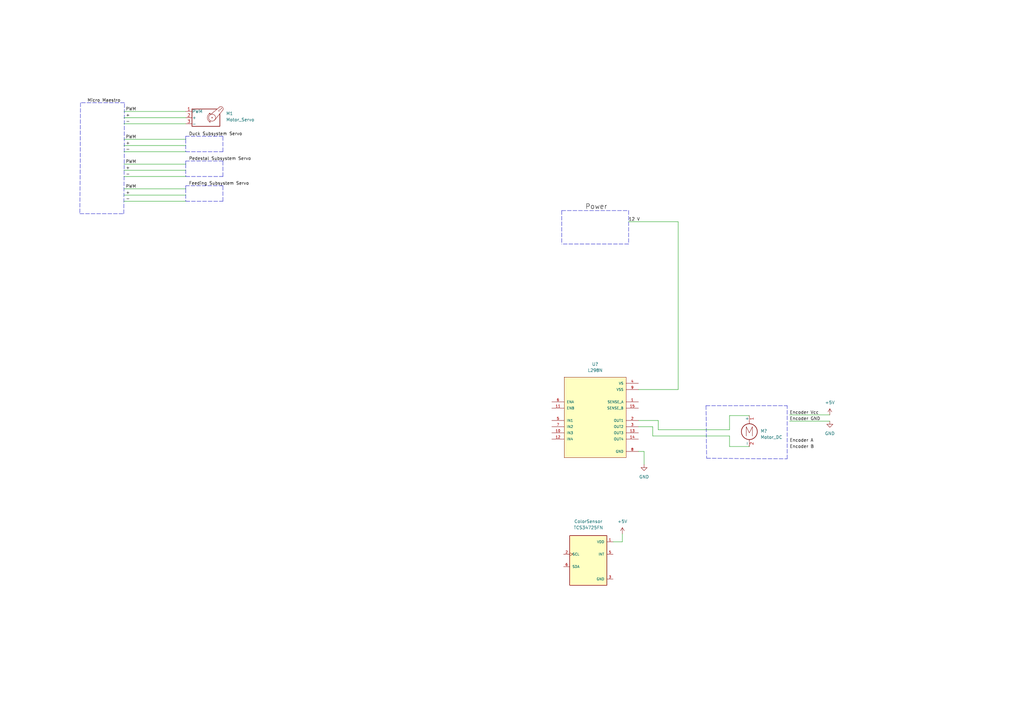
<source format=kicad_sch>
(kicad_sch (version 20211123) (generator eeschema)
  (paper "A3")
  (lib_symbols
    (symbol "Motor:Motor_DC" (pin_names (offset 0))
      (property "Reference" "M" (at 2.54 2.54 0))
      (property "Value" "Motor_DC" (at 2.54 -5.08 0))
      (symbol "Motor_DC_0_0"
        (polyline (pts (xy -1.27 -3.302) (xy -1.27 0.508) (xy 0 -2.032) (xy 1.27 0.508) (xy 1.27 -3.302)))
      )
      (symbol "Motor_DC_0_1"
        (circle (center 0 -1.524) (radius 3.2512) (stroke (width 0.254)))
        (polyline (pts (xy 0 -7.62) (xy 0 -7.112)))
        (polyline (pts (xy 0 -4.7752) (xy 0 -5.1816)))
        (polyline (pts (xy 0 1.7272) (xy 0 2.0828)))
        (polyline (pts (xy 0 2.032) (xy 0 2.54)))
      )
      (symbol "Motor_DC_1_1"
        (pin passive line (at 0 5.08 270) (length 2.54) (name "+") (number "1"))
        (pin passive line (at 0 -7.62 90) (length 2.54) (name "-") (number "2"))
      )
    )
    (symbol "Motor:Motor_Servo" (pin_names (offset 0.0254))
      (property "Reference" "M" (at -5.08 4.445 0))
      (property "Value" "Motor_Servo" (at -5.08 -4.064 0))
      (symbol "Motor_Servo_0_1"
        (polyline (pts (xy 2.413 -1.778) (xy 2.032 -1.778)))
        (polyline (pts (xy 2.413 -1.778) (xy 2.286 -1.397)))
        (polyline (pts (xy 2.413 1.778) (xy 1.905 1.778)))
        (polyline (pts (xy 2.413 1.778) (xy 2.286 1.397)))
        (polyline (pts (xy 6.35 4.445) (xy 2.54 1.27)))
        (polyline (pts (xy 7.62 3.175) (xy 4.191 -1.016)))
        (polyline (pts (xy 5.08 3.556) (xy -5.08 3.556) (xy -5.08 -3.556) (xy 6.35 -3.556) (xy 6.35 1.524)) (stroke (width 0.254)))
        (arc (start 2.413 1.778) (mid 1.2406 0) (end 2.413 -1.778))
        (circle (center 3.175 0) (radius 0.1778))
        (circle (center 3.175 0) (radius 1.4224))
        (circle (center 5.969 2.794) (radius 0.127))
        (circle (center 6.477 3.302) (radius 0.127))
        (circle (center 6.985 3.81) (radius 0.127))
        (arc (start 7.62 3.175) (mid 7.4485 4.2735) (end 6.35 4.445))
      )
      (symbol "Motor_Servo_1_1"
        (pin passive line (at -7.62 2.54 0) (length 2.54) (name "PWM") (number "1"))
        (pin passive line (at -7.62 0 0) (length 2.54) (name "+") (number "2"))
        (pin passive line (at -7.62 -2.54 0) (length 2.54) (name "-") (number "3"))
      )
    )
    (symbol "MotorDriver:L298N" (pin_names (offset 1.016))
      (property "Reference" "U" (at -12.7 20.32 0))
      (property "Value" "L298N" (at -12.7 -20.32 0))
      (symbol "L298N_0_0"
        (rectangle (start -12.7 -15.24) (end 12.7 17.78) (stroke (width 0.1524)) (fill (type background)))
        (pin passive line (at 17.78 7.62 180) (length 5.08) (name "SENSE_A") (number "1"))
        (pin input line (at -17.78 -5.08 0) (length 5.08) (name "IN3") (number "10"))
        (pin input line (at -17.78 5.08 0) (length 5.08) (name "ENB") (number "11"))
        (pin input line (at -17.78 -7.62 0) (length 5.08) (name "IN4") (number "12"))
        (pin output line (at 17.78 -5.08 180) (length 5.08) (name "OUT3") (number "13"))
        (pin output line (at 17.78 -7.62 180) (length 5.08) (name "OUT4") (number "14"))
        (pin passive line (at 17.78 5.08 180) (length 5.08) (name "SENSE_B") (number "15"))
        (pin output line (at 17.78 0 180) (length 5.08) (name "OUT1") (number "2"))
        (pin output line (at 17.78 -2.54 180) (length 5.08) (name "OUT2") (number "3"))
        (pin power_in line (at 17.78 15.24 180) (length 5.08) (name "VS") (number "4"))
        (pin input line (at -17.78 0 0) (length 5.08) (name "IN1") (number "5"))
        (pin input line (at -17.78 7.62 0) (length 5.08) (name "ENA") (number "6"))
        (pin input line (at -17.78 -2.54 0) (length 5.08) (name "IN2") (number "7"))
        (pin power_in line (at 17.78 -12.7 180) (length 5.08) (name "GND") (number "8"))
        (pin input line (at 17.78 12.7 180) (length 5.08) (name "VSS") (number "9"))
      )
    )
    (symbol "TCS34725FN:TCS34725FN" (pin_names (offset 1.016))
      (property "Reference" "U" (at -7.6343 10.179 0))
      (property "Value" "TCS34725FN" (at -7.6296 -10.1727 0))
      (symbol "TCS34725FN_0_0"
        (rectangle (start -7.62 -10.16) (end 7.62 10.16) (stroke (width 0.254)) (fill (type background)))
        (pin power_in line (at 10.16 7.62 180) (length 2.54) (name "VDD") (number "1"))
        (pin input clock (at -10.16 2.54 0) (length 2.54) (name "SCL") (number "2"))
        (pin power_in line (at 10.16 -7.62 180) (length 2.54) (name "GND") (number "3"))
        (pin output line (at 10.16 2.54 180) (length 2.54) (name "INT") (number "5"))
        (pin bidirectional line (at -10.16 -2.54 0) (length 2.54) (name "SDA") (number "6"))
      )
    )
    (symbol "power:+5V" (power) (pin_names (offset 0))
      (property "Value" "+5V" (at 0 3.556 0))
      (symbol "+5V_0_1"
        (polyline (pts (xy -0.762 1.27) (xy 0 2.54)))
        (polyline (pts (xy 0 0) (xy 0 2.54)))
        (polyline (pts (xy 0 2.54) (xy 0.762 1.27)))
      )
      (symbol "+5V_1_1"
        (pin power_in line (at 0 0 90) (length 0) hide (name "+5V") (number "1"))
      )
    )
    (symbol "power:GND" (power) (pin_names (offset 0))
      (property "Value" "GND" (at 0 -3.81 0))
      (symbol "GND_0_1"
        (polyline (pts (xy 0 0) (xy 0 -1.27) (xy 1.27 -1.27) (xy 0 -2.54) (xy -1.27 -1.27) (xy 0 -1.27)))
      )
      (symbol "GND_1_1"
        (pin power_in line (at 0 0 270) (length 0) hide (name "GND") (number "1"))
      )
    )
  )
  (wire (pts (xy 255.27 222.25) (xy 251.46 222.25)))
  (polyline (pts (xy 322.834 188.214) (xy 322.834 166.37)))
  (wire (pts (xy 50.8 50.8) (xy 76.2 50.8)))
  (wire (pts (xy 270.002 176.276) (xy 270.002 172.466)))
  (wire (pts (xy 299.212 170.434) (xy 307.34 170.434)))
  (wire (pts (xy 261.874 175.006) (xy 267.716 175.006)))
  (polyline (pts (xy 91.44 72.39) (xy 91.44 66.04)))
  (polyline (pts (xy 32.766 87.63) (xy 50.8 87.63)))
  (wire (pts (xy 299.212 178.816) (xy 299.212 183.134)))
  (wire (pts (xy 50.8 45.72) (xy 76.2 45.72)))
  (wire (pts (xy 50.8 48.26) (xy 76.2 48.26)))
  (wire (pts (xy 255.27 218.948) (xy 255.27 222.25)))
  (polyline (pts (xy 289.814 187.96) (xy 322.834 188.214)))
  (wire (pts (xy 270.002 172.466) (xy 261.874 172.466)))
  (wire (pts (xy 267.716 178.816) (xy 299.212 178.816)))
  (wire (pts (xy 278.13 90.932) (xy 257.81 90.932)))
  (wire (pts (xy 50.8 82.55) (xy 76.2 82.55)))
  (polyline (pts (xy 91.44 76.2) (xy 76.2 76.2)))
  (wire (pts (xy 267.716 175.006) (xy 267.716 178.816)))
  (wire (pts (xy 50.8 57.15) (xy 76.2 57.15)))
  (wire (pts (xy 299.212 176.276) (xy 270.002 176.276)))
  (polyline (pts (xy 91.44 82.55) (xy 91.44 76.2)))
  (polyline (pts (xy 289.56 166.37) (xy 289.814 187.96)))
  (polyline (pts (xy 230.378 86.36) (xy 230.378 100.076)))
  (wire (pts (xy 50.8 77.47) (xy 76.2 77.47)))
  (polyline (pts (xy 50.8 87.63) (xy 51.054 42.164)))
  (polyline (pts (xy 76.2 55.88) (xy 76.2 57.15)))
  (polyline (pts (xy 51.054 42.164) (xy 33.02 42.164)))
  (polyline (pts (xy 91.44 62.23) (xy 91.44 55.88)))
  (polyline (pts (xy 33.02 42.164) (xy 32.766 87.63)))
  (wire (pts (xy 323.85 170.18) (xy 340.36 170.18)))
  (wire (pts (xy 50.8 62.23) (xy 76.2 62.23)))
  (polyline (pts (xy 76.2 57.15) (xy 76.2 62.23)))
  (wire (pts (xy 299.212 183.134) (xy 307.34 183.134)))
  (polyline (pts (xy 230.378 86.36) (xy 257.81 86.36)))
  (polyline (pts (xy 257.81 86.36) (xy 257.81 100.076)))
  (polyline (pts (xy 76.2 76.2) (xy 76.2 77.47)))
  (wire (pts (xy 50.8 72.39) (xy 76.2 72.39)))
  (polyline (pts (xy 76.2 67.31) (xy 76.2 72.39)))
  (polyline (pts (xy 91.44 55.88) (xy 76.2 55.88)))
  (polyline (pts (xy 76.2 72.39) (xy 91.44 72.39)))
  (polyline (pts (xy 289.56 166.37) (xy 322.834 166.37)))
  (wire (pts (xy 323.85 172.72) (xy 340.36 172.72)))
  (wire (pts (xy 261.874 185.166) (xy 264.16 185.166)))
  (polyline (pts (xy 91.44 66.04) (xy 76.2 66.04)))
  (polyline (pts (xy 76.2 62.23) (xy 91.44 62.23)))
  (wire (pts (xy 261.874 159.766) (xy 278.13 159.766)))
  (wire (pts (xy 50.8 59.69) (xy 76.2 59.69)))
  (wire (pts (xy 50.8 69.85) (xy 76.2 69.85)))
  (polyline (pts (xy 76.2 77.47) (xy 76.2 82.55)))
  (polyline (pts (xy 257.81 100.076) (xy 230.378 100.076)))
  (polyline (pts (xy 76.2 82.55) (xy 91.44 82.55)))
  (wire (pts (xy 50.8 80.01) (xy 76.2 80.01)))
  (wire (pts (xy 50.8 67.31) (xy 76.2 67.31)))
  (wire (pts (xy 278.13 159.766) (xy 278.13 90.932)))
  (wire (pts (xy 264.16 190.5) (xy 264.16 185.166)))
  (wire (pts (xy 299.212 176.276) (xy 299.212 170.434)))
  (polyline (pts (xy 76.2 66.04) (xy 76.2 67.31)))
  (label "-" (at 53.34 82.55 180))
  (label "Power" (at 240.03 86.36 0) (effects (font (size 2 2))))
  (label "-" (at 53.34 62.23 180))
  (label "Pedestal Subsystem Servo" (at 77.47 66.04 0))
  (label "PWM" (at 55.88 77.47 180))
  (label "Encoder B" (at 323.85 184.15 0))
  (label "+" (at 53.34 59.69 180))
  (label "Feeding Subsystem Servo" (at 77.47 76.2 0))
  (label "-" (at 53.34 50.8 180))
  (label "PWM" (at 55.88 57.15 180))
  (label "-" (at 53.34 72.39 180))
  (label "12 V" (at 257.81 90.932 0))
  (label "+" (at 53.34 69.85 180))
  (label "Encoder GND" (at 323.85 172.72 0))
  (label "Duck Subsystem Servo" (at 77.47 55.88 0))
  (label "Encoder A" (at 323.85 181.61 0))
  (label "+" (at 53.34 80.01 180))
  (label "+" (at 53.34 48.26 180))
  (label "PWM" (at 55.88 67.31 180))
  (label "PWM" (at 55.88 45.72 180))
  (label "Encoder Vcc" (at 323.85 170.18 0))
  (label "Micro Maestro" (at 35.814 42.164 0))
  (symbol (lib_id "power:+5V") (at 340.36 170.18 0) (unit 1)
    (property "Reference" "#PWR?" (effects hide))
    (property "Value" "+5V" (at 340.36 165.1 0))
  )
  (symbol (lib_id "MotorDriver:L298N") (at 244.094 172.466 0) (unit 1)
    (property "Reference" "U?" (at 244.094 149.352 0))
    (property "Value" "L298N" (at 244.094 151.892 0))
    (property "Footprint" "TO127P2020X500X2100-15" (effects hide))
    (property "MAXIMUM_PACKAGE_HEIGHT" "5.0mm" (effects hide))
    (property "STANDARD" "IPC-7351B" (effects hide))
    (property "MANUFACTURER" "STMicroelectronics" (effects hide))
  )
  (symbol (lib_id "power:GND") (at 340.36 172.72 0) (unit 1)
    (property "Reference" "#PWR?" (effects hide))
    (property "Value" "GND" (at 340.36 177.798 0))
  )
  (symbol (lib_id "power:+5V") (at 255.27 218.948 0) (unit 1)
    (property "Reference" "#PWR?" (effects hide))
    (property "Value" "+5V" (at 255.27 213.868 0))
  )
  (symbol (lib_id "TCS34725FN:TCS34725FN") (at 241.3 229.87 0) (unit 1)
    (property "Reference" "ColorSensor" (at 241.3 213.868 0))
    (property "Value" "TCS34725FN" (at 241.3 216.408 0))
    (property "Footprint" "SON65P200X240X70-6N" (effects hide))
    (property "STANDARD" "Manufacturer recommendation" (effects hide))
    (property "MANUFACTURER" "AMS Electronics, Inc." (effects hide))
    (property "PARTREV" "1-02" (effects hide))
  )
  (symbol (lib_id "power:GND") (at 264.16 190.5 0) (unit 1)
    (property "Reference" "#PWR?" (effects hide))
    (property "Value" "GND" (at 264.16 195.58 0))
  )
  (symbol (lib_id "Motor:Motor_Servo") (at 83.82 48.26 0) (unit 1)
    (property "Reference" "M1" (at 92.71 46.5565 0) (effects (justify left)))
    (property "Value" "Motor_Servo" (at 92.71 49.0965 0) (effects (justify left)))
    (property "Datasheet" "http://forums.parallax.com/uploads/attachments/46831/74481.png" (effects hide))
  )
  (symbol (lib_id "Motor:Motor_DC") (at 307.34 175.514 0) (unit 1)
    (property "Reference" "M?" (at 311.912 176.7839 0) (effects (justify left)))
    (property "Value" "Motor_DC" (at 311.912 179.3239 0) (effects (justify left)))
  )
)
</source>
